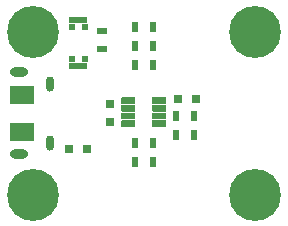
<source format=gbr>
G04 #@! TF.GenerationSoftware,KiCad,Pcbnew,(5.1.9)-1*
G04 #@! TF.CreationDate,2021-01-18T01:03:21-08:00*
G04 #@! TF.ProjectId,AnalogFaderV1,416e616c-6f67-4466-9164-657256312e6b,rev?*
G04 #@! TF.SameCoordinates,Original*
G04 #@! TF.FileFunction,Soldermask,Bot*
G04 #@! TF.FilePolarity,Negative*
%FSLAX46Y46*%
G04 Gerber Fmt 4.6, Leading zero omitted, Abs format (unit mm)*
G04 Created by KiCad (PCBNEW (5.1.9)-1) date 2021-01-18 01:03:21*
%MOMM*%
%LPD*%
G01*
G04 APERTURE LIST*
%ADD10R,0.900000X0.500000*%
%ADD11C,4.399999*%
%ADD12R,0.575000X0.600000*%
%ADD13R,1.650000X0.600000*%
%ADD14O,0.650000X1.300000*%
%ADD15O,1.550000X0.775000*%
%ADD16R,0.800000X0.750000*%
%ADD17R,0.750000X0.800000*%
%ADD18R,2.030000X1.650000*%
%ADD19R,0.500000X0.900000*%
G04 APERTURE END LIST*
D10*
X118795800Y-41960800D03*
X118795800Y-43460800D03*
D11*
X112915700Y-55791100D03*
X131749800Y-55791100D03*
X131749800Y-41986200D03*
X112915700Y-41986200D03*
D12*
X117314000Y-44288700D03*
X116239000Y-44288700D03*
X117314000Y-41588700D03*
D13*
X116776500Y-40988700D03*
X116776500Y-44888700D03*
D12*
X116239000Y-41588700D03*
D14*
X114406900Y-46389900D03*
X114406900Y-51389900D03*
D15*
X111706900Y-45389900D03*
X111706900Y-52389900D03*
G36*
G01*
X124151000Y-50056100D02*
X123051000Y-50056100D01*
G75*
G02*
X123001000Y-50006100I0J50000D01*
G01*
X123001000Y-49556100D01*
G75*
G02*
X123051000Y-49506100I50000J0D01*
G01*
X124151000Y-49506100D01*
G75*
G02*
X124201000Y-49556100I0J-50000D01*
G01*
X124201000Y-50006100D01*
G75*
G02*
X124151000Y-50056100I-50000J0D01*
G01*
G37*
G36*
G01*
X124151000Y-49406100D02*
X123051000Y-49406100D01*
G75*
G02*
X123001000Y-49356100I0J50000D01*
G01*
X123001000Y-48906100D01*
G75*
G02*
X123051000Y-48856100I50000J0D01*
G01*
X124151000Y-48856100D01*
G75*
G02*
X124201000Y-48906100I0J-50000D01*
G01*
X124201000Y-49356100D01*
G75*
G02*
X124151000Y-49406100I-50000J0D01*
G01*
G37*
G36*
G01*
X124151000Y-48756100D02*
X123051000Y-48756100D01*
G75*
G02*
X123001000Y-48706100I0J50000D01*
G01*
X123001000Y-48256100D01*
G75*
G02*
X123051000Y-48206100I50000J0D01*
G01*
X124151000Y-48206100D01*
G75*
G02*
X124201000Y-48256100I0J-50000D01*
G01*
X124201000Y-48706100D01*
G75*
G02*
X124151000Y-48756100I-50000J0D01*
G01*
G37*
G36*
G01*
X124151000Y-48106100D02*
X123051000Y-48106100D01*
G75*
G02*
X123001000Y-48056100I0J50000D01*
G01*
X123001000Y-47606100D01*
G75*
G02*
X123051000Y-47556100I50000J0D01*
G01*
X124151000Y-47556100D01*
G75*
G02*
X124201000Y-47606100I0J-50000D01*
G01*
X124201000Y-48056100D01*
G75*
G02*
X124151000Y-48106100I-50000J0D01*
G01*
G37*
G36*
G01*
X121551000Y-48106100D02*
X120451000Y-48106100D01*
G75*
G02*
X120401000Y-48056100I0J50000D01*
G01*
X120401000Y-47606100D01*
G75*
G02*
X120451000Y-47556100I50000J0D01*
G01*
X121551000Y-47556100D01*
G75*
G02*
X121601000Y-47606100I0J-50000D01*
G01*
X121601000Y-48056100D01*
G75*
G02*
X121551000Y-48106100I-50000J0D01*
G01*
G37*
G36*
G01*
X121551000Y-48756100D02*
X120451000Y-48756100D01*
G75*
G02*
X120401000Y-48706100I0J50000D01*
G01*
X120401000Y-48256100D01*
G75*
G02*
X120451000Y-48206100I50000J0D01*
G01*
X121551000Y-48206100D01*
G75*
G02*
X121601000Y-48256100I0J-50000D01*
G01*
X121601000Y-48706100D01*
G75*
G02*
X121551000Y-48756100I-50000J0D01*
G01*
G37*
G36*
G01*
X121551000Y-49406100D02*
X120451000Y-49406100D01*
G75*
G02*
X120401000Y-49356100I0J50000D01*
G01*
X120401000Y-48906100D01*
G75*
G02*
X120451000Y-48856100I50000J0D01*
G01*
X121551000Y-48856100D01*
G75*
G02*
X121601000Y-48906100I0J-50000D01*
G01*
X121601000Y-49356100D01*
G75*
G02*
X121551000Y-49406100I-50000J0D01*
G01*
G37*
G36*
G01*
X121551000Y-50056100D02*
X120451000Y-50056100D01*
G75*
G02*
X120401000Y-50006100I0J50000D01*
G01*
X120401000Y-49556100D01*
G75*
G02*
X120451000Y-49506100I50000J0D01*
G01*
X121551000Y-49506100D01*
G75*
G02*
X121601000Y-49556100I0J-50000D01*
G01*
X121601000Y-50006100D01*
G75*
G02*
X121551000Y-50056100I-50000J0D01*
G01*
G37*
D16*
X125222000Y-47663100D03*
X126722000Y-47663100D03*
D17*
X119405400Y-48106200D03*
X119405400Y-49606200D03*
D16*
X116001100Y-51968400D03*
X117501100Y-51968400D03*
D18*
X111963200Y-50482500D03*
X111963200Y-47322500D03*
D19*
X123051000Y-52997100D03*
X121551000Y-52997100D03*
X121551000Y-51447700D03*
X123051000Y-51447700D03*
X126569600Y-50723800D03*
X125069600Y-50723800D03*
X125069600Y-49149000D03*
X126569600Y-49149000D03*
X121577100Y-44843700D03*
X123077100Y-44843700D03*
X123088400Y-43205400D03*
X121588400Y-43205400D03*
X121588400Y-41567100D03*
X123088400Y-41567100D03*
M02*

</source>
